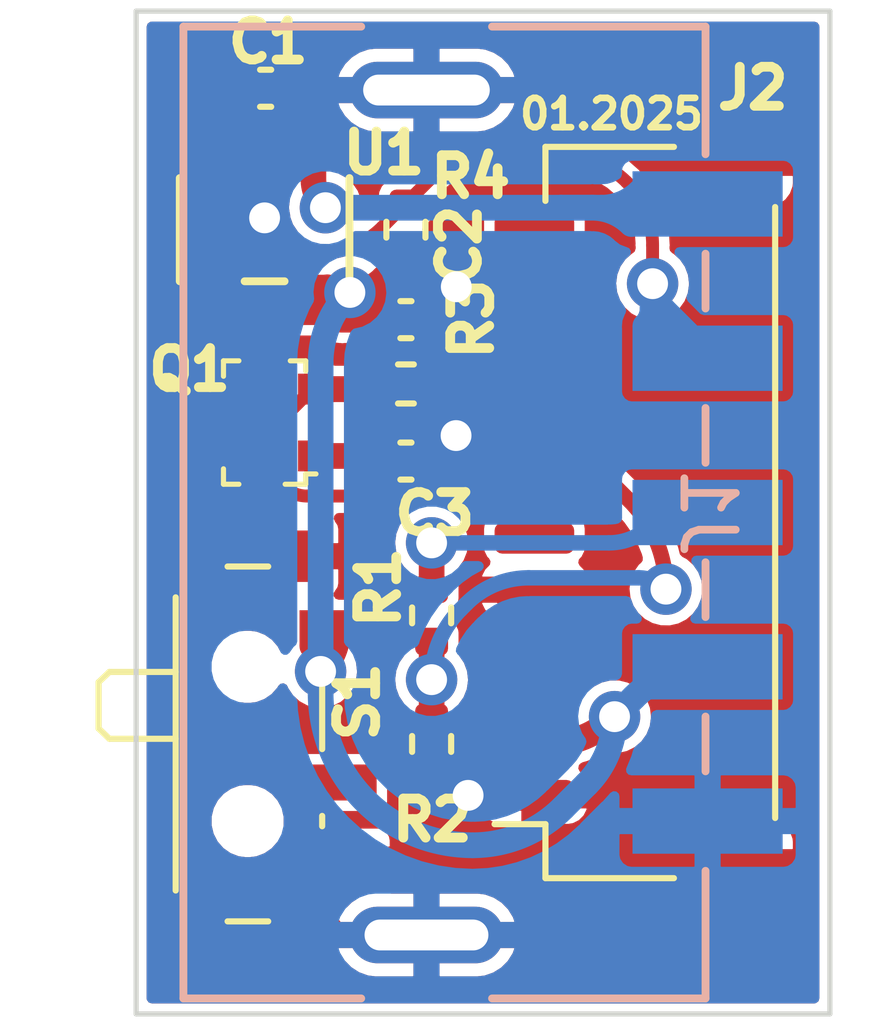
<source format=kicad_pcb>
(kicad_pcb (version 20211014) (generator pcbnew)
  (layers (0 "F.Cu" signal) (31 "B.Cu" signal) (34 "B.Paste" user) (35 "F.Paste" user) (36 "B.SilkS" user "B.Silkscreen") (37 "F.SilkS" user "F.Silkscreen") (38 "B.Mask" user) (39 "F.Mask" user) (44 "Edge.Cuts" user))
  (net 0 "")
  (net 1 "+12V")
  (net 2 "GND")
  (net 3 "+5V")
  (net 4 "ELM_RX")
  (net 5 "ELM_TX")
  (net 6 "/RP_RX")
  (net 10 "3V3")
  (net 15 "RP_TX")
  (net 16 "Net-(S1-Pad2)")
  (footprint "digikey-footprints:SOT-323" (layer "F.Cu") (at 152.75 90 180)
    (fp_text reference "Q1" (at 1.46 1.03 180) (layer "F.SilkS") (effects (font (size 0.76 0.76) (thickness 0.19))))
    (fp_text value "BSS138-7-F")
    (fp_line (start 0.5 -1.2) (end 0.8 -1.2) (layer "F.SilkS") (width 0.1))
    (fp_line (start -0.4 -1.2) (end -0.8 -1.2) (layer "F.SilkS") (width 0.1))
    (fp_line (start 0.8 1.2) (end 0.8 0.9) (layer "F.SilkS") (width 0.1))
    (fp_line (start 0.5 1.2) (end 0.8 1.2) (layer "F.SilkS") (width 0.1))
    (fp_line (start -0.8 -1.2) (end -0.8 -1) (layer "F.SilkS") (width 0.1))
    (fp_line (start -0.8 -1) (end -1 -1) (layer "F.SilkS") (width 0.1))
    (fp_line (start -0.8 1.2) (end -0.5 1.2) (layer "F.SilkS") (width 0.1))
    (fp_line (start 0.8 -1.2) (end 0.8 -0.9) (layer "F.SilkS") (width 0.1))
    (fp_line (start -0.8 1) (end -0.8 1.2) (layer "F.SilkS") (width 0.1))
    (pad "1" smd rect locked (at -0.925 -0.65 180) (size 0.55 0.6) (layers "F.Cu" "F.Paste" "F.Mask") (net 10 "3V3"))
    (pad "2" smd rect locked (at -0.925 0.65 180) (size 0.55 0.6) (layers "F.Cu" "F.Paste" "F.Mask") (net 15 "RP_TX"))
    (pad "3" smd rect locked (at 0.925 0 180) (size 0.55 0.6) (layers "F.Cu" "F.Paste" "F.Mask") (net 4 "ELM_RX"))
  )
  (footprint "Resistor_SMD:R_0402_1005Metric" (layer "F.Cu") (at 155.5 86.25 -90)
    (fp_text reference "R4" (at -1.03 -1.26 180) (layer "F.SilkS") (effects (font (size 0.76 0.76) (thickness 0.19))))
    (fp_text value "10k")
    (fp_line (start -0.153641 0.38) (end 0.153641 0.38) (layer "F.SilkS") (width 0.12))
    (fp_line (start -0.153641 -0.38) (end 0.153641 -0.38) (layer "F.SilkS") (width 0.12))
    (pad "1" smd roundrect (at -0.51 0 270) (size 0.54 0.64) (layers "F.Cu" "F.Paste" "F.Mask") (net 4 "ELM_RX"))
    (pad "2" smd roundrect (at 0.51 0 270) (size 0.54 0.64) (layers "F.Cu" "F.Paste" "F.Mask") (net 3 "+5V"))
  )
  (footprint "Resistor_SMD:R_0402_1005Metric" (layer "F.Cu") (at 155.5 89.25 180)
    (fp_text reference "R3" (at -1.28 1.26 90) (layer "F.SilkS") (effects (font (size 0.76 0.76) (thickness 0.19))))
    (fp_text value "10k")
    (fp_line (start -0.153641 0.38) (end 0.153641 0.38) (layer "F.SilkS") (width 0.12))
    (fp_line (start -0.153641 -0.38) (end 0.153641 -0.38) (layer "F.SilkS") (width 0.12))
    (pad "1" smd roundrect (at -0.51 0 180) (size 0.54 0.64) (layers "F.Cu" "F.Paste" "F.Mask") (net 10 "3V3"))
    (pad "2" smd roundrect (at 0.51 0 180) (size 0.54 0.64) (layers "F.Cu" "F.Paste" "F.Mask") (net 15 "RP_TX"))
  )
  (footprint "Capacitor_SMD:C_0402_1005Metric" (layer "F.Cu") (at 155.5 90.75 180)
    (fp_text reference "C3" (at -0.56 -1.02) (layer "F.SilkS") (effects (font (size 0.76 0.76) (thickness 0.19))))
    (fp_text value "0.1uF")
    (fp_line (start -0.107836 0.36) (end 0.107836 0.36) (layer "F.SilkS") (width 0.12))
    (fp_line (start -0.107836 -0.36) (end 0.107836 -0.36) (layer "F.SilkS") (width 0.12))
    (pad "1" smd roundrect (at -0.48 0 180) (size 0.56 0.62) (layers "F.Cu" "F.Paste" "F.Mask") (net 2 "GND"))
    (pad "2" smd roundrect (at 0.48 0 180) (size 0.56 0.62) (layers "F.Cu" "F.Paste" "F.Mask") (net 10 "3V3"))
  )
  (footprint "Connector_JST:JST_SH_SM12B-SRSS-TB_1x12-1MP_P1.00mm_Horizontal" (layer "F.Cu") (at 160 91.75 90)
    (fp_text reference "J2" (at 8.25 2.25 180) (layer "F.SilkS") (effects (font (size 0.76 0.76) (thickness 0.19))))
    (fp_text value "SM12B-SRSS-TBLFSN")
    (fp_line (start -5.94 2.685) (end 5.94 2.685) (layer "F.SilkS") (width 0.12))
    (fp_line (start 7.11 0.715) (end 7.11 -1.785) (layer "F.SilkS") (width 0.12))
    (fp_line (start -6.06 -1.785) (end -6.06 -2.775) (layer "F.SilkS") (width 0.12))
    (fp_line (start 7.11 -1.785) (end 6.06 -1.785) (layer "F.SilkS") (width 0.12))
    (fp_line (start -7.11 -1.785) (end -6.06 -1.785) (layer "F.SilkS") (width 0.12))
    (fp_line (start -7.11 0.715) (end -7.11 -1.785) (layer "F.SilkS") (width 0.12))
    (pad "1" smd roundrect (at -5.5 -2 90) (size 0.6 1.55) (layers "F.Cu" "F.Paste" "F.Mask") (net 2 "GND"))
    (pad "2" smd roundrect (at -4.5 -2 90) (size 0.6 1.55) (layers "F.Cu" "F.Paste" "F.Mask") (net 3 "+5V"))
    (pad "3" smd roundrect (at -3.5 -2 90) (size 0.6 1.55) (layers "F.Cu" "F.Paste" "F.Mask"))
    (pad "4" smd roundrect (at -2.5 -2 90) (size 0.6 1.55) (layers "F.Cu" "F.Paste" "F.Mask"))
    (pad "5" smd roundrect (at -1.5 -2 90) (size 0.6 1.55) (layers "F.Cu" "F.Paste" "F.Mask") (net 2 "GND"))
    (pad "6" smd roundrect (at -0.5 -2 90) (size 0.6 1.55) (layers "F.Cu" "F.Paste" "F.Mask"))
    (pad "7" smd roundrect (at 0.5 -2 90) (size 0.6 1.55) (layers "F.Cu" "F.Paste" "F.Mask") (net 15 "RP_TX"))
    (pad "8" smd roundrect (at 1.5 -2 90) (size 0.6 1.55) (layers "F.Cu" "F.Paste" "F.Mask") (net 6 "/RP_RX"))
    (pad "9" smd roundrect (at 2.5 -2 90) (size 0.6 1.55) (layers "F.Cu" "F.Paste" "F.Mask") (net 10 "3V3"))
    (pad "10" smd roundrect (at 3.5 -2 90) (size 0.6 1.55) (layers "F.Cu" "F.Paste" "F.Mask"))
    (pad "11" smd roundrect (at 4.5 -2 90) (size 0.6 1.55) (layers "F.Cu" "F.Paste" "F.Mask"))
    (pad "12" smd roundrect (at 5.5 -2 90) (size 0.6 1.55) (layers "F.Cu" "F.Paste" "F.Mask"))
    (pad "MP" smd roundrect (at 6.8 1.875 90) (size 1.2 1.8) (layers "F.Cu" "F.Paste" "F.Mask") (roundrect_rratio 0.2083333333) (net 2 "GND"))
    (pad "MP" smd roundrect (at -6.8 1.875 90) (size 1.2 1.8) (layers "F.Cu" "F.Paste" "F.Mask") (roundrect_rratio 0.2083333333) (net 2 "GND"))
  )
  (footprint "Capacitor_SMD:C_0402_1005Metric" (layer "F.Cu") (at 152.77 83.5)
    (fp_text reference "C1" (at 0.05 -0.9) (layer "F.SilkS") (effects (font (size 0.76 0.76) (thickness 0.19))))
    (fp_text value "2.2uF")
    (fp_line (start -0.107836 -0.36) (end 0.107836 -0.36) (layer "F.SilkS") (width 0.12))
    (fp_line (start -0.107836 0.36) (end 0.107836 0.36) (layer "F.SilkS") (width 0.12))
    (pad "1" smd roundrect (at -0.48 0) (size 0.56 0.62) (layers "F.Cu" "F.Paste" "F.Mask") (net 2 "GND"))
    (pad "2" smd roundrect (at 0.48 0) (size 0.56 0.62) (layers "F.Cu" "F.Paste" "F.Mask") (net 1 "+12V"))
  )
  (footprint "Resistor_SMD:R_0402_1005Metric" (layer "F.Cu") (at 156 96.25 90)
    (fp_text reference "R2" (at -1.48 0.01) (layer "F.SilkS") (effects (font (size 0.76 0.76) (thickness 0.19))))
    (fp_text value "10k")
    (fp_line (start -0.153641 0.38) (end 0.153641 0.38) (layer "F.SilkS") (width 0.12))
    (fp_line (start -0.153641 -0.38) (end 0.153641 -0.38) (layer "F.SilkS") (width 0.12))
    (pad "1" smd roundrect (at -0.51 0 90) (size 0.54 0.64) (layers "F.Cu" "F.Paste" "F.Mask") (net 2 "GND"))
    (pad "2" smd roundrect (at 0.51 0 90) (size 0.54 0.64) (layers "F.Cu" "F.Paste" "F.Mask") (net 6 "/RP_RX"))
  )
  (footprint "Resistor_SMD:R_0402_1005Metric" (layer "F.Cu") (at 156 93.75 90)
    (fp_text reference "R1" (at 0.54 -1.03 90) (layer "F.SilkS") (effects (font (size 0.76 0.76) (thickness 0.19))))
    (fp_text value "4k7")
    (fp_line (start -0.153641 0.38) (end 0.153641 0.38) (layer "F.SilkS") (width 0.12))
    (fp_line (start -0.153641 -0.38) (end 0.153641 -0.38) (layer "F.SilkS") (width 0.12))
    (pad "1" smd roundrect (at -0.51 0 90) (size 0.54 0.64) (layers "F.Cu" "F.Paste" "F.Mask") (net 6 "/RP_RX"))
    (pad "2" smd roundrect (at 0.51 0 90) (size 0.54 0.64) (layers "F.Cu" "F.Paste" "F.Mask") (net 5 "ELM_TX"))
  )
  (footprint "AU:SOT_50DBVR" (layer "F.Cu") (at 152.75 86.25 -90)
    (fp_text reference "U1" (at -1.49 -2.32 unlocked) (layer "F.SilkS") (effects (font (size 0.76 0.76) (thickness 0.19))))
    (fp_text value "TPS7A2450")
    (fp_line (start 1.0033 0.38862) (end 1.0033 -0.38862) (layer "F.SilkS") (width 0.1524))
    (fp_line (start -1.0033 1.651) (end 1.0033 1.651) (layer "F.SilkS") (width 0.1524))
    (fp_line (start 1.0033 -1.651) (end -1.0033 -1.651) (layer "F.SilkS") (width 0.1524))
    (pad "1" smd rect (at -1.36525 -0.950001 270) (size 0.9779 0.4572) (layers "F.Cu" "F.Paste" "F.Mask") (net 1 "+12V"))
    (pad "2" smd rect (at -1.36525 0 270) (size 0.9779 0.4572) (layers "F.Cu" "F.Paste" "F.Mask") (net 2 "GND"))
    (pad "3" smd rect (at -1.36525 0.950001 270) (size 0.9779 0.4572) (layers "F.Cu" "F.Paste" "F.Mask") (net 16 "Net-(S1-Pad2)"))
    (pad "4" smd rect (at 1.36525 0.94996 270) (size 0.9779 0.4572) (layers "F.Cu" "F.Paste" "F.Mask"))
    (pad "5" smd rect (at 1.36525 -0.94996 270) (size 0.9779 0.4572) (layers "F.Cu" "F.Paste" "F.Mask") (net 3 "+5V"))
  )
  (footprint "Capacitor_SMD:C_0402_1005Metric" (layer "F.Cu") (at 155.5 88)
    (fp_text reference "C2" (at 1.04 -1.45 90) (layer "F.SilkS") (effects (font (size 0.76 0.76) (thickness 0.19))))
    (fp_text value "2.2uF")
    (fp_line (start -0.107836 -0.36) (end 0.107836 -0.36) (layer "F.SilkS") (width 0.12))
    (fp_line (start -0.107836 0.36) (end 0.107836 0.36) (layer "F.SilkS") (width 0.12))
    (pad "1" smd roundrect (at -0.48 0) (size 0.56 0.62) (layers "F.Cu" "F.Paste" "F.Mask") (net 3 "+5V"))
    (pad "2" smd roundrect (at 0.48 0) (size 0.56 0.62) (layers "F.Cu" "F.Paste" "F.Mask") (net 2 "GND"))
  )
  (footprint "Button_Switch_SMD:SW_SPDT_PCM12" (layer "F.Cu") (at 152.75 96.25 -90)
    (fp_text reference "S1" (at -0.82 -1.81 -90) (layer "F.SilkS") (effects (font (size 0.76 0.76) (thickness 0.19))))
    (fp_text value "SW")
    (fp_line (start -1.4 1.73) (end -1.4 3.02) (layer "F.SilkS") (width 0.12))
    (fp_line (start 1.4 -1.12) (end 1.6 -1.12) (layer "F.SilkS") (width 0.12))
    (fp_line (start -3.45 -0.07) (end -3.45 0.72) (layer "F.SilkS") (width 0.12))
    (fp_line (start -1.4 3.02) (end -1.2 3.23) (layer "F.SilkS") (width 0.12))
    (fp_line (start -0.1 3.02) (end -0.3 3.23) (layer "F.SilkS") (width 0.12))
    (fp_line (start -2.85 1.73) (end 2.85 1.73) (layer "F.SilkS") (width 0.12))
    (fp_line (start -0.1 3.02) (end -0.1 1.73) (layer "F.SilkS") (width 0.12))
    (fp_line (start 3.45 0.72) (end 3.45 -0.07) (layer "F.SilkS") (width 0.12))
    (fp_line (start -1.2 3.23) (end -0.3 3.23) (layer "F.SilkS") (width 0.12))
    (fp_line (start -1.6 -1.12) (end 0.1 -1.12) (layer "F.SilkS") (width 0.12))
    (pad "" smd rect (at 3.65 -0.78 270) (size 1 0.8) (layers "F.Cu" "F.Paste" "F.Mask") (net 2 "GND"))
    (pad "" np_thru_hole circle (at -1.5 0.33 270) (size 0.9 0.9) (drill 0.9) (layers *.Cu *.Mask))
    (pad "" smd rect (at 3.65 1.43 270) (size 1 0.8) (layers "F.Cu" "F.Paste" "F.Mask") (net 2 "GND"))
    (pad "" np_thru_hole circle (at 1.5 0.33 270) (size 0.9 0.9) (drill 0.9) (layers *.Cu *.Mask))
    (pad "" smd rect (at -3.65 1.43 270) (size 1 0.8) (layers "F.Cu" "F.Paste" "F.Mask") (net 2 "GND"))
    (pad "" smd rect (at -3.65 -0.78 270) (size 1 0.8) (layers "F.Cu" "F.Paste" "F.Mask") (net 2 "GND"))
    (pad "1" smd rect (at -2.25 -1.43 270) (size 0.7 1.5) (layers "F.Cu" "F.Paste" "F.Mask") (net 3 "+5V"))
    (pad "2" smd rect (at 0.75 -1.43 270) (size 0.7 1.5) (layers "F.Cu" "F.Paste" "F.Mask") (net 16 "Net-(S1-Pad2)"))
    (pad "3" smd rect (at 2.25 -1.43 270) (size 0.7 1.5) (layers "F.Cu" "F.Paste" "F.Mask") (net 2 "GND"))
  )
  (footprint "AU:43650-004_05_MOL" (layer "B.Cu") (at 156.25 91.75 90)
    (fp_text reference "J1" (at 0 5.123 270 unlocked) (layer "B.SilkS") (effects (justify mirror)))
    (fp_text value "2-1445090-5")
    (fp_line (start 2.032259 5.08) (end 0.96774 5.08) (layer "B.SilkS") (width 0.1524))
    (fp_line (start 5.032258 5.08) (end 3.967739 5.08) (layer "B.SilkS") (width 0.1524))
    (fp_line (start 9.4488 -5.08) (end 9.4488 -1.620015) (layer "B.SilkS") (width 0.1524))
    (fp_line (start -9.4488 -1.620015) (end -9.4488 -5.08) (layer "B.SilkS") (width 0.1524))
    (fp_line (start 9.4488 0.926016) (end 9.4488 5.08) (layer "B.SilkS") (width 0.1524))
    (fp_line (start -9.4488 5.08) (end -9.4488 0.926016) (layer "B.SilkS") (width 0.1524))
    (fp_line (start -6.967738 5.08) (end -9.4488 5.08) (layer "B.SilkS") (width 0.1524))
    (fp_line (start -0.96774 5.08) (end -2.032259 5.08) (layer "B.SilkS") (width 0.1524))
    (fp_line (start -3.967739 5.08) (end -5.032258 5.08) (layer "B.SilkS") (width 0.1524))
    (fp_line (start -9.4488 -5.08) (end 9.4488 -5.08) (layer "B.SilkS") (width 0.1524))
    (fp_line (start 9.4488 5.08) (end 6.967738 5.08) (layer "B.SilkS") (width 0.1524))
    (pad "1" smd rect (at 5.999998 5.12 90) (size 1.27 2.921) (layers "B.Cu" "B.Paste" "B.Mask") (net 1 "+12V"))
    (pad "2" smd rect (at 2.999999 5.12 90) (size 1.27 2.921) (layers "B.Cu" "B.Paste" "B.Mask") (net 4 "ELM_RX"))
    (pad "3" smd rect (at 0 5.12 90) (size 1.27 2.921) (layers "B.Cu" "B.Paste" "B.Mask") (net 5 "ELM_TX"))
    (pad "4" smd rect (at -2.999999 5.12 90) (size 1.27 2.921) (layers "B.Cu" "B.Paste" "B.Mask") (net 3 "+5V"))
    (pad "5" smd rect (at -5.999998 5.12 90) (size 1.27 2.921) (layers "B.Cu" "B.Paste" "B.Mask") (net 2 "GND"))
    (pad "6" thru_hole oval (at -8.215 -0.35 90) (size 1.1 3) (drill oval 0.6 2.41) (layers *.Cu *.Mask) (net 2 "GND"))
    (pad "7" thru_hole oval (at 8.215 -0.35 90) (size 1.1 3) (drill oval 0.6 2.4638) (layers *.Cu *.Mask) (net 2 "GND"))
  )
  (gr_line (start 163.75 101.5) (end 163.75 82) (layer "Edge.Cuts") (width 0.1))
  (gr_line (start 150.25 82) (end 150.25 101.5) (layer "Edge.Cuts") (width 0.1))
  (gr_line (start 150.25 101.5) (end 163.75 101.5) (layer "Edge.Cuts") (width 0.1))
  (gr_line (start 163.75 82) (end 150.25 82) (layer "Edge.Cuts") (width 0.1))
  (gr_text "01.2025" (at 159.5 84) (layer "F.SilkS") (effects (font (size 0.57 0.57) (thickness 0.13))))
  (segment (start 153.700001 84.88475) (end 153.700001 85.259855) (width 0.5) (layer "F.Cu") (net 1))
  (segment (start 153.700001 84.88475) (end 153.700001 84.586398) (width 0.5) (layer "F.Cu") (net 1))
  (via (at 153.933182 85.822803) (size 1) (drill 0.6) (layers "F.Cu" "B.Cu") (net 1))
  (arc (start 153.700001 84.586398) (mid 153.58305 83.998444) (end 153.25 83.5) (width 0.5) (layer "F.Cu") (net 1))
  (arc (start 153.700001 85.259855) (mid 153.760603 85.56452) (end 153.933182 85.822803) (width 0.5) (layer "F.Cu") (net 1))
  (segment (start 158.517197 85.822803) (end 159.124219 85.822803) (width 0.5) (layer "B.Cu") (net 1))
  (segment (start 153.933182 85.822803) (end 158.517197 85.822803) (width 0.5) (layer "B.Cu") (net 1))
  (segment (start 158.517197 85.822803) (end 159.304827 85.822803) (width 0.5) (layer "B.Cu") (net 1))
  (arc (start 159.124219 85.822803) (mid 159.538656 85.90524) (end 159.89 86.14) (width 0.5) (layer "B.Cu") (net 1))
  (arc (start 159.304827 85.822803) (mid 159.713524 85.741508) (end 160.06 85.51) (width 0.5) (layer "B.Cu") (net 1))
  (segment (start 156.47562 90.253813) (end 156.308073 90.253813) (width 0.5) (layer "F.Cu") (net 2))
  (segment (start 152.42435 83.824351) (end 152.7 84.1) (width 0.5) (layer "F.Cu") (net 2))
  (segment (start 152.456728 84.176728) (end 152.37 84.09) (width 0.5) (layer "F.Cu") (net 2))
  (segment (start 155.753726 88.546274) (end 155.7 88.6) (width 0.3) (layer "F.Cu") (net 2))
  (segment (start 156.594559 90.495442) (end 156.61 90.48) (width 0.5) (layer "F.Cu") (net 2))
  (segment (start 155.98 88) (end 155.98 88.042285) (width 0.3) (layer "F.Cu") (net 2))
  (segment (start 155.98 88.042285) (end 155.471142 88.551143) (width 0.3) (layer "F.Cu") (net 2))
  (segment (start 158 97.25) (end 156.71 97.25) (width 0.3) (layer "F.Cu") (net 2))
  (segment (start 155.98 90.629705) (end 155.98 90.75) (width 0.5) (layer "F.Cu") (net 2))
  (via (at 152.75 86.02) (size 1) (drill 0.6) (layers "F.Cu" "B.Cu") (net 2))
  (via (at 156.47562 90.253813) (size 1) (drill 0.6) (layers "F.Cu" "B.Cu") (net 2))
  (via (at 156.48 87.36) (size 1) (drill 0.6) (layers "F.Cu" "B.Cu") (net 2))
  (via (at 156.71 97.25) (size 1) (drill 0.6) (layers "F.Cu" "B.Cu") (net 2))
  (arc (start 155.98 90.75) (mid 156.312597 90.683842) (end 156.594559 90.495442) (width 0.5) (layer "F.Cu") (net 2))
  (arc (start 156.308073 90.253813) (mid 156.195465 90.276212) (end 156.1 90.34) (width 0.5) (layer "F.Cu") (net 2))
  (arc (start 152.29 83.5) (mid 152.324917 83.675537) (end 152.42435 83.824351) (width 0.5) (layer "F.Cu") (net 2))
  (arc (start 156.1 90.34) (mid 156.011187 90.472917) (end 155.98 90.629705) (width 0.5) (layer "F.Cu") (net 2))
  (arc (start 152.75 84.88475) (mid 152.673781 84.501571) (end 152.456728 84.176728) (width 0.5) (layer "F.Cu") (net 2))
  (arc (start 155.98 88) (mid 155.921193 88.295641) (end 155.753726 88.546274) (width 0.3) (layer "F.Cu") (net 2))
  (segment (start 154.18 94) (end 154.18 94.019168) (width 0.5) (layer "F.Cu") (net 3))
  (segment (start 154.409706 87.470465) (end 154.212543 87.470465) (width 0.5) (layer "F.Cu") (net 3))
  (segment (start 154.255775 87.534226) (end 153.93 87.86) (width 0.5) (layer "F.Cu") (net 3))
  (segment (start 155.02 88) (end 154.267989 88) (width 0.5) (layer "F.Cu") (net 3))
  (segment (start 155.5 86.76) (end 155.058115 87.201885) (width 0.5) (layer "F.Cu") (net 3))
  (segment (start 153.84 94.84) (end 153.84 94.736274) (width 0.5) (layer "F.Cu") (net 3))
  (segment (start 158 96.25) (end 158.280467 96.25) (width 0.5) (layer "F.Cu") (net 3))
  (via (at 154.409706 87.470465) (size 1) (drill 0.6) (layers "F.Cu" "B.Cu") (net 3))
  (via (at 159.56 95.72) (size 1) (drill 0.6) (layers "F.Cu" "B.Cu") (net 3))
  (via (at 153.84 94.84) (size 1) (drill 0.6) (layers "F.Cu" "B.Cu") (net 3))
  (arc (start 155.5 86.76) (mid 155.144748 87.291672) (end 155.02 87.918822) (width 0.5) (layer "F.Cu") (net 3))
  (arc (start 154.212543 87.470465) (mid 154.08128 87.444355) (end 153.97 87.37) (width 0.5) (layer "F.Cu") (net 3))
  (arc (start 155.058115 87.201885) (mid 154.760622 87.400664) (end 154.409706 87.470465) (width 0.5) (layer "F.Cu") (net 3))
  (arc (start 154.267989 88) (mid 154.085071 87.963615) (end 153.93 87.86) (width 0.5) (layer "F.Cu") (net 3))
  (arc (start 154.18 94.019168) (mid 154.091637 94.463399) (end 153.84 94.84) (width 0.5) (layer "F.Cu") (net 3))
  (arc (start 154.409706 87.470465) (mid 154.326399 87.487036) (end 154.255775 87.534226) (width 0.5) (layer "F.Cu") (net 3))
  (arc (start 158.280467 96.25) (mid 158.972945 96.112257) (end 159.56 95.72) (width 0.5) (layer "F.Cu") (net 3))
  (arc (start 153.84 94.736274) (mid 153.798417 94.527224) (end 153.68 94.35) (width 0.5) (layer "F.Cu") (net 3))
  (segment (start 158.55832 97.49168) (end 159.015527 97.034473) (width 0.5) (layer "B.Cu") (net 3))
  (segment (start 153.84 94.84) (end 153.84 95.26) (width 0.5) (layer "B.Cu") (net 3))
  (segment (start 159.56 95.72) (end 159.936032 95.343968) (width 0.5) (layer "B.Cu") (net 3))
  (segment (start 153.84 94.84) (end 153.84 88.845856) (width 0.5) (layer "B.Cu") (net 3))
  (arc (start 156.8 98.22) (mid 157.751596 98.030716) (end 158.55832 97.49168) (width 0.5) (layer "B.Cu") (net 3))
  (arc (start 159.015527 97.034473) (mid 159.418496 96.431388) (end 159.56 95.72) (width 0.5) (layer "B.Cu") (net 3))
  (arc (start 153.84 95.26) (mid 154.706964 97.353036) (end 156.8 98.22) (width 0.5) (layer "B.Cu") (net 3))
  (arc (start 159.936032 95.343968) (mid 160.593942 94.904366) (end 161.37 94.749999) (width 0.5) (layer "B.Cu") (net 3))
  (arc (start 153.84 88.845856) (mid 153.988062 88.1015) (end 154.409706 87.470465) (width 0.5) (layer "B.Cu") (net 3))
  (segment (start 155.5 85.74) (end 155.043259 86.196741) (width 0.25) (layer "F.Cu") (net 4))
  (segment (start 160.3 86.551248) (end 160.3 87.3) (width 0.25) (layer "F.Cu") (net 4))
  (segment (start 152.76 87.69) (end 152.76 87.742711) (width 0.25) (layer "F.Cu") (net 4))
  (segment (start 155.5 85.74) (end 156.013517 85.226483) (width 0.25) (layer "F.Cu") (net 4))
  (segment (start 156.85 84.88) (end 158.727747 84.88) (width 0.25) (layer "F.Cu") (net 4))
  (segment (start 153.78 86.72) (end 153.651126 86.72) (width 0.25) (layer "F.Cu") (net 4))
  (segment (start 153.12 86.94) (end 153.035772 87.024228) (width 0.25) (layer "F.Cu") (net 4))
  (via (at 160.3 87.3) (size 1) (drill 0.6) (layers "F.Cu" "B.Cu") (net 4))
  (arc (start 156.013517 85.226483) (mid 156.397298 84.970048) (end 156.85 84.88) (width 0.25) (layer "F.Cu") (net 4))
  (arc (start 158.727747 84.88) (mid 159.302634 84.994353) (end 159.79 85.32) (width 0.25) (layer "F.Cu") (net 4))
  (arc (start 152.76 87.742711) (mid 152.517001 88.964347) (end 151.825 90) (width 0.25) (layer "F.Cu") (net 4))
  (arc (start 153.035772 87.024228) (mid 152.831671 87.329686) (end 152.76 87.69) (width 0.25) (layer "F.Cu") (net 4))
  (arc (start 159.79 85.32) (mid 160.167455 85.884901) (end 160.3 86.551248) (width 0.25) (layer "F.Cu") (net 4))
  (arc (start 155.043259 86.196741) (mid 154.46367 86.584009) (end 153.78 86.72) (width 0.25) (layer "F.Cu") (net 4))
  (arc (start 153.651126 86.72) (mid 153.363683 86.777176) (end 153.12 86.94) (width 0.25) (layer "F.Cu") (net 4))
  (segment (start 160.512132 87.812132) (end 161.01 88.31) (width 0.5) (layer "B.Cu") (net 4))
  (segment (start 160.3 87.3) (end 160.3 87.782011) (width 0.5) (layer "B.Cu") (net 4))
  (arc (start 160.3 87.782011) (mid 160.263615 87.964929) (end 160.16 88.12) (width 0.5) (layer "B.Cu") (net 4))
  (arc (start 160.3 87.3) (mid 160.355131 87.577164) (end 160.512132 87.812132) (width 0.5) (layer "B.Cu") (net 4))
  (segment (start 156 93.24) (end 156 92.34) (width 0.5) (layer "F.Cu") (net 5))
  (via (at 156 92.34) (size 1) (drill 0.6) (layers "F.Cu" "B.Cu") (net 5))
  (segment (start 156 92.34) (end 159.449168 92.34) (width 0.3) (layer "B.Cu") (net 5))
  (arc (start 159.449168 92.34) (mid 159.893399 92.251637) (end 160.27 92) (width 0.3) (layer "B.Cu") (net 5))
  (segment (start 156 94.26) (end 156 95) (width 0.5) (layer "F.Cu") (net 6))
  (segment (start 158.990122 90.660122) (end 159.1 90.77) (width 0.3) (layer "F.Cu") (net 6))
  (segment (start 159.195908 90.865908) (end 159.845822 91.515822) (width 0.3) (layer "F.Cu") (net 6))
  (segment (start 156 95) (end 156 95.74) (width 0.5) (layer "F.Cu") (net 6))
  (segment (start 159.1 90.77) (end 159.195908 90.865908) (width 0.3) (layer "F.Cu") (net 6))
  (via (at 156 95) (size 1) (drill 0.6) (layers "F.Cu" "B.Cu") (net 6))
  (via (at 160.56 93.24) (size 1) (drill 0.6) (layers "F.Cu" "B.Cu") (net 6))
  (arc (start 159.845822 91.515822) (mid 160.374391 92.306882) (end 160.56 93.24) (width 0.3) (layer "F.Cu") (net 6))
  (arc (start 158 90.25) (mid 158.53585 90.356587) (end 158.990122 90.660122) (width 0.3) (layer "F.Cu") (net 6))
  (segment (start 156.68 93.52) (end 156.565686 93.634314) (width 0.3) (layer "B.Cu") (net 6))
  (segment (start 160.028874 93.02) (end 157.887106 93.02) (width 0.3) (layer "B.Cu") (net 6))
  (arc (start 156.565686 93.634314) (mid 156.147017 94.260896) (end 156 95) (width 0.3) (layer "B.Cu") (net 6))
  (arc (start 160.56 93.24) (mid 160.316318 93.077176) (end 160.028874 93.02) (width 0.3) (layer "B.Cu") (net 6))
  (arc (start 157.887106 93.02) (mid 157.233825 93.149946) (end 156.68 93.52) (width 0.3) (layer "B.Cu") (net 6))
  (segment (start 155.703318 89.683318) (end 155.318318 90.068318) (width 0.5) (layer "F.Cu") (net 10))
  (segment (start 155.703318 89.683318) (end 155.830201 89.556435) (width 0.5) (layer "F.Cu") (net 10))
  (segment (start 154.35 90.65) (end 154.778579 90.65) (width 0.5) (layer "F.Cu") (net 10))
  (segment (start 155.318318 90.068318) (end 155.010029 90.376607) (width 0.5) (layer "F.Cu") (net 10))
  (segment (start 154.35 90.65) (end 154.537868 90.65) (width 0.5) (layer "F.Cu") (net 10))
  (segment (start 158 89.25) (end 156.57 89.25) (width 0.5) (layer "F.Cu") (net 10))
  (segment (start 155.318318 90.068318) (end 155.236227 90.150409) (width 0.5) (layer "F.Cu") (net 10))
  (segment (start 153.675 90.65) (end 154.35 90.65) (width 0.5) (layer "F.Cu") (net 10))
  (segment (start 155.703318 89.683318) (end 155.920454 89.466182) (width 0.5) (layer "F.Cu") (net 10))
  (segment (start 156.57 89.25) (end 156.01 89.25) (width 0.5) (layer "F.Cu") (net 10))
  (arc (start 155.236227 90.150409) (mid 155.098399 90.356683) (end 155.05 90.6) (width 0.5) (layer "F.Cu") (net 10))
  (arc (start 155.830201 89.556435) (mid 156.169623 89.32964) (end 156.57 89.25) (width 0.5) (layer "F.Cu") (net 10))
  (arc (start 155.920454 89.466182) (mid 155.986728 89.366997) (end 156.01 89.25) (width 0.5) (layer "F.Cu") (net 10))
  (arc (start 155.010029 90.376607) (mid 154.707205 90.578948) (end 154.35 90.65) (width 0.5) (layer "F.Cu") (net 10))
  (arc (start 154.778579 90.65) (mid 154.909235 90.675989) (end 155.02 90.75) (width 0.5) (layer "F.Cu") (net 10))
  (arc (start 154.537868 90.65) (mid 154.733852 90.688984) (end 154.9 90.8) (width 0.5) (layer "F.Cu") (net 10))
  (segment (start 157.193848 91.246152) (end 157.35 91.09) (width 0.25) (layer "F.Cu") (net 15))
  (segment (start 154.08 89.35) (end 154.479584 89.35) (width 0.5) (layer "F.Cu") (net 15))
  (segment (start 153.675 89.35) (end 153.127886 89.897114) (width 0.25) (layer "F.Cu") (net 15))
  (segment (start 153.09 91.18) (end 153.09 91.226203) (width 0.25) (layer "F.Cu") (net 15))
  (segment (start 152.99 90.23) (end 152.99 90.938579) (width 0.25) (layer "F.Cu") (net 15))
  (segment (start 153.582009 91.43) (end 156.75 91.43) (width 0.25) (layer "F.Cu") (net 15))
  (segment (start 154.08 89.35) (end 154.748579 89.35) (width 0.5) (layer "F.Cu") (net 15))
  (segment (start 156.75 91.43) (end 157.35 91.43) (width 0.25) (layer "F.Cu") (net 15))
  (segment (start 153.675 89.35) (end 154.08 89.35) (width 0.5) (layer "F.Cu") (net 15))
  (arc (start 153.09 91.226203) (mid 153.315736 91.377035) (end 153.582009 91.43) (width 0.25) (layer "F.Cu") (net 15))
  (arc (start 152.99 90.938579) (mid 153.015989 91.069235) (end 153.09 91.18) (width 0.25) (layer "F.Cu") (net 15))
  (arc (start 154.748579 89.35) (mid 154.879235 89.32401) (end 154.99 89.25) (width 0.5) (layer "F.Cu") (net 15))
  (arc (start 153.127886 89.897114) (mid 153.025835 90.049843) (end 152.99 90.23) (width 0.25) (layer "F.Cu") (net 15))
  (arc (start 154.479584 89.35) (mid 154.7017 89.305818) (end 154.89 89.18) (width 0.5) (layer "F.Cu") (net 15))
  (arc (start 156.75 91.43) (mid 156.990209 91.382219) (end 157.193848 91.246152) (width 0.25) (layer "F.Cu") (net 15))
  (segment (start 152.19 92.42) (end 152.19 92.951889) (width 0.25) (layer "F.Cu") (net 16))
  (segment (start 151.05 87.44) (end 151.05 90.455148) (width 0.25) (layer "F.Cu") (net 16))
  (segment (start 151.46 94.714264) (end 151.46 94.84) (width 0.25) (layer "F.Cu") (net 16))
  (segment (start 151.265563 90.975563) (end 151.822304 91.532304) (width 0.25) (layer "F.Cu") (net 16))
  (segment (start 151.79234 95.64234) (end 152.32239 96.17239) (width 0.25) (layer "F.Cu") (net 16))
  (segment (start 151.799999 84.88475) (end 151.799999 85.725028) (width 0.25) (layer "F.Cu") (net 16))
  (segment (start 151.45 86.57) (end 151.38234 86.63766) (width 0.25) (layer "F.Cu") (net 16))
  (arc (start 151.38234 86.63766) (mid 151.136373 87.005777) (end 151.05 87.44) (width 0.25) (layer "F.Cu") (net 16))
  (arc (start 151.822304 91.532304) (mid 152.094439 91.939582) (end 152.19 92.42) (width 0.25) (layer "F.Cu") (net 16))
  (arc (start 152.19 92.951889) (mid 152.078246 93.513711) (end 151.76 93.99) (width 0.25) (layer "F.Cu") (net 16))
  (arc (start 151.799999 85.725028) (mid 151.709037 86.182324) (end 151.45 86.57) (width 0.25) (layer "F.Cu") (net 16))
  (arc (start 151.46 94.84) (mid 151.546372 95.274223) (end 151.79234 95.64234) (width 0.25) (layer "F.Cu") (net 16))
  (arc (start 151.05 90.455148) (mid 151.106023 90.736795) (end 151.265563 90.975563) (width 0.25) (layer "F.Cu") (net 16))
  (arc (start 152.32239 96.17239) (mid 153.050792 96.659092) (end 153.91 96.83) (width 0.25) (layer "F.Cu") (net 16))
  (arc (start 151.76 93.99) (mid 151.537967 94.322295) (end 151.46 94.714264) (width 0.25) (layer "F.Cu") (net 16))
  (zone (net 2) (net_name "GND") (layers F&B.Cu) (connect_pads (clearance 0.2032)) (min_thickness 0.2032) (fill yes (thermal_gap 0.254) (thermal_bridge_width 0.508))
    (polygon (pts (xy 163.75 101.5) (xy 150.25 101.5) (xy 150.25 82) (xy 163.75 82)))
  )
)
</source>
